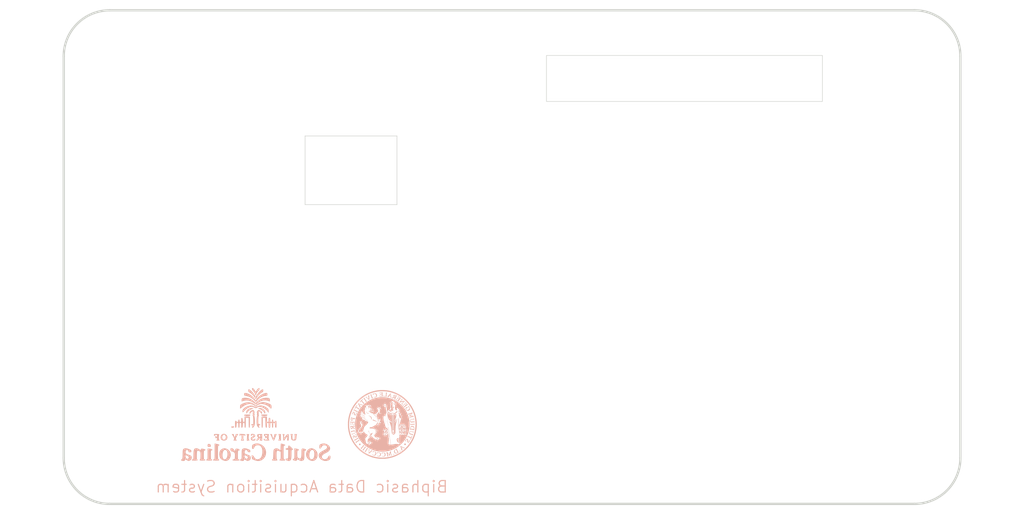
<source format=kicad_pcb>
(kicad_pcb (version 20221018) (generator pcbnew)
  (layers (0 "F.Cu" signal) (31 "B.Cu" signal) (34 "B.Paste" user) (35 "F.Paste" user) (36 "B.SilkS" user "B.Silkscreen") (37 "F.SilkS" user "F.Silkscreen") (38 "B.Mask" user) (39 "F.Mask" user) (44 "Edge.Cuts" user))
  (net 0 "")
  (footprint "MountingHole:MountingHole_4.3mm_M4" (layer "F.Cu") (at 125.96 103.32)
    (fp_text reference "REF**" hide)
    (fp_text value "MountingHole_4.3mm_M4")
    (pad "" np_thru_hole circle (at 0 0) (size 4.3 4.3) (drill 4.3) (layers "F&B.Cu" "*.Mask"))
  )
  (footprint "MountingHole:MountingHole_4.3mm_M4" (layer "F.Cu") (at 125.96 67.75)
    (fp_text reference "REF**" hide)
    (fp_text value "MountingHole_4.3mm_M4")
    (pad "" np_thru_hole circle (at 0 0) (size 4.3 4.3) (drill 4.3) (layers "F&B.Cu" "*.Mask"))
  )
  (footprint "MountingHole:MountingHole_6.5mm" (layer "F.Cu") (at 177.4 85.67)
    (fp_text reference "REF**" hide)
    (fp_text value "MountingHole_6.5mm" hide)
    (pad "" np_thru_hole circle (at 0 0) (size 6.5 6.5) (drill 6.5) (layers "F&B.Cu" "*.Mask"))
  )
  (footprint "MountingHole:MountingHole_4.3mm_M4" (layer "F.Cu") (at 196.06 67.75)
    (fp_text reference "REF**" hide)
    (fp_text value "MountingHole_4.3mm_M4" hide)
    (pad "" np_thru_hole circle (at 0 0) (size 4.3 4.3) (drill 4.3) (layers "F&B.Cu" "*.Mask"))
  )
  (footprint "MountingHole:MountingHole_4.3mm_M4" (layer "F.Cu") (at 196.06 103.31)
    (fp_text reference "REF**" hide)
    (fp_text value "MountingHole_4.3mm_M4")
    (pad "" np_thru_hole circle (at 0 0) (size 4.3 4.3) (drill 4.3) (layers "F&B.Cu" "*.Mask"))
  )
  (footprint "uofsc_foots:upg" (layer "B.Cu") (at 149.72 100.09 180)
    (fp_text reference "G3" hide)
    (fp_text value "LOGO" hide)
  )
  (footprint "uofsc_foots:uofsc" (layer "B.Cu") (at 138.72 100.09 180)
    (fp_text reference "G2" hide)
    (fp_text value "LOGO" hide)
  )
  (gr_line (start 143.01 75) (end 151 75) (stroke (width 0.05)) (layer "Edge.Cuts"))
  (gr_line (start 143.01 75) (end 143.01 80.97) (stroke (width 0.05)) (layer "Edge.Cuts"))
  (gr_arc (start 122.02 68.07) (mid 123.191573 65.241573) (end 126.02 64.07) (stroke (width 0.2)) (layer "Edge.Cuts"))
  (gr_arc (start 199.998 103.006) (mid 198.829356 105.827356) (end 196.008 106.996) (stroke (width 0.2)) (layer "Edge.Cuts"))
  (gr_line (start 151 80.97) (end 151 75) (stroke (width 0.05)) (layer "Edge.Cuts"))
  (gr_arc (start 126.01 106.996) (mid 123.188644 105.827356) (end 122.02 103.006) (stroke (width 0.2)) (layer "Edge.Cuts"))
  (gr_rect (start 164 68) (end 188 72) (stroke (width 0.05)) (fill none) (layer "Edge.Cuts"))
  (gr_line (start 199.998 68.07) (end 199.998 102.996) (stroke (width 0.2)) (layer "Edge.Cuts"))
  (gr_line (start 126.02 64.07) (end 195.998 64.07) (stroke (width 0.2)) (layer "Edge.Cuts"))
  (gr_line (start 126.01 106.996) (end 196.008 106.996) (stroke (width 0.2)) (layer "Edge.Cuts"))
  (gr_line (start 122.02 102.996) (end 122.02 68.07) (stroke (width 0.2)) (layer "Edge.Cuts"))
  (gr_arc (start 196.008 64.07) (mid 198.829356 65.238644) (end 199.998 68.06) (stroke (width 0.2)) (layer "Edge.Cuts"))
  (gr_line (start 143.01 80.97) (end 151 80.97) (stroke (width 0.05)) (layer "Edge.Cuts"))
  (gr_text "Biphasic Data Acquisition System" (at 142.72 106.09) (layer "B.SilkS") (effects (font (size 1 1) (thickness 0.1)) (justify bottom mirror)))
)
</source>
